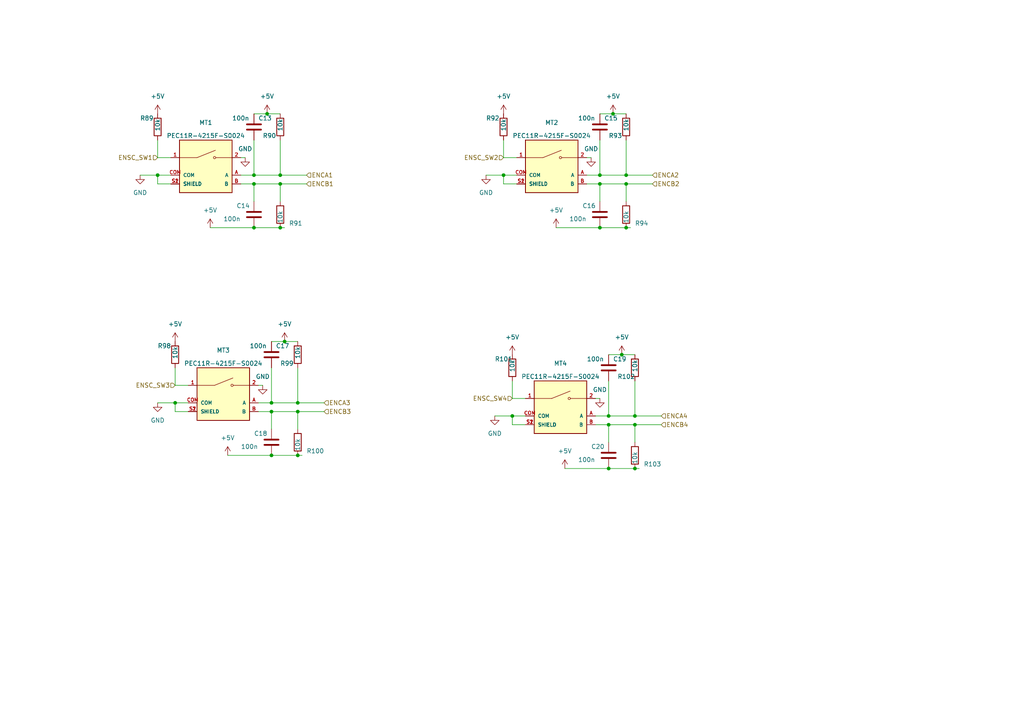
<source format=kicad_sch>
(kicad_sch (version 20211123) (generator eeschema)
  (paper "A4")
  (lib_symbols
    (symbol "3dAudioSym:PEC11R-4215F-S0024" (pin_names (offset 1.016))
      (property "Reference" "MT" (at -7.62 8.89 0))
      (property "Value" "PEC11R-4215F-S0024" (at -7.62 -8.89 0))
      (symbol "PEC11R-4215F-S0024_0_0"
        (rectangle (start -7.62 -7.62) (end 7.62 7.62) (stroke (width 0.254)) (fill (type background)))
        (polyline (pts (xy -2.54 2.54) (xy -7.62 2.54)) (stroke (width 0.1524)))
        (polyline (pts (xy -2.54 2.54) (xy 2.794 4.6736)) (stroke (width 0.1524)))
        (polyline (pts (xy 7.62 2.54) (xy 2.921 2.54)) (stroke (width 0.1524)))
        (circle (center 2.54 2.54) (radius 0.3302) (stroke (width 0.1524)))
        (pin passive line (at -10.16 2.54 0) (length 2.54) (name "~") (number "1"))
        (pin passive line (at 10.16 2.54 180) (length 2.54) (name "~") (number "2"))
        (pin passive line (at 10.16 -2.54 180) (length 2.54) (name "A") (number "A"))
        (pin passive line (at 10.16 -5.08 180) (length 2.54) (name "B") (number "B"))
        (pin passive line (at -10.16 -2.54 0) (length 2.54) (name "COM") (number "COM"))
        (pin passive line (at -10.16 -5.08 0) (length 2.54) (name "SHIELD") (number "S1"))
        (pin passive line (at -10.16 -5.08 0) (length 2.54) (name "SHIELD") (number "S2"))
      )
    )
    (symbol "Device:C" (pin_numbers hide) (pin_names (offset 0.254))
      (property "Reference" "C" (at 0.635 2.54 0))
      (property "Value" "C" (at 0.635 -2.54 0))
      (symbol "C_0_1"
        (polyline (pts (xy -2.032 -0.762) (xy 2.032 -0.762)) (stroke (width 0.508)))
        (polyline (pts (xy -2.032 0.762) (xy 2.032 0.762)) (stroke (width 0.508)))
      )
      (symbol "C_1_1"
        (pin passive line (at 0 3.81 270) (length 2.794) (name "~") (number "1"))
        (pin passive line (at 0 -3.81 90) (length 2.794) (name "~") (number "2"))
      )
    )
    (symbol "Device:R" (pin_numbers hide) (pin_names (offset 0))
      (property "Reference" "R" (at 2.032 0 90))
      (property "Value" "R" (at 0 0 90))
      (symbol "R_0_1"
        (rectangle (start -1.016 -2.54) (end 1.016 2.54) (stroke (width 0.254)))
      )
      (symbol "R_1_1"
        (pin passive line (at 0 3.81 270) (length 1.27) (name "~") (number "1"))
        (pin passive line (at 0 -3.81 90) (length 1.27) (name "~") (number "2"))
      )
    )
    (symbol "power:+5V" (power) (pin_names (offset 0))
      (property "Value" "+5V" (at 0 3.556 0))
      (symbol "+5V_0_1"
        (polyline (pts (xy -0.762 1.27) (xy 0 2.54)))
        (polyline (pts (xy 0 0) (xy 0 2.54)))
        (polyline (pts (xy 0 2.54) (xy 0.762 1.27)))
      )
      (symbol "+5V_1_1"
        (pin power_in line (at 0 0 90) (length 0) hide (name "+5V") (number "1"))
      )
    )
    (symbol "power:GND" (power) (pin_names (offset 0))
      (property "Value" "GND" (at 0 -3.81 0))
      (symbol "GND_0_1"
        (polyline (pts (xy 0 0) (xy 0 -1.27) (xy 1.27 -1.27) (xy 0 -2.54) (xy -1.27 -1.27) (xy 0 -1.27)))
      )
      (symbol "GND_1_1"
        (pin power_in line (at 0 0 270) (length 0) hide (name "GND") (number "1"))
      )
    )
  )
  (junction (at 176.53 120.65))
  (junction (at 81.28 53.34))
  (junction (at 77.47 33.02))
  (junction (at 176.53 135.89))
  (junction (at 73.66 66.04))
  (junction (at 81.28 50.8))
  (junction (at 45.72 50.8))
  (junction (at 177.8 33.02))
  (junction (at 86.36 119.38))
  (junction (at 50.8 116.84))
  (junction (at 184.15 123.19))
  (junction (at 146.05 50.8))
  (junction (at 184.15 120.65))
  (junction (at 78.74 116.84))
  (junction (at 181.61 53.34))
  (junction (at 173.99 66.04))
  (junction (at 180.34 102.87))
  (junction (at 173.99 50.8))
  (junction (at 78.74 119.38))
  (junction (at 82.55 99.06))
  (junction (at 181.61 66.04))
  (junction (at 173.99 53.34))
  (junction (at 148.59 120.65))
  (junction (at 73.66 53.34))
  (junction (at 86.36 116.84))
  (junction (at 73.66 50.8))
  (junction (at 81.28 66.04))
  (junction (at 181.61 50.8))
  (junction (at 184.15 135.89))
  (junction (at 86.36 132.08))
  (junction (at 176.53 123.19))
  (junction (at 78.74 132.08))
  (wire (pts (xy 172.72 120.65) (xy 176.53 120.65)))
  (wire (pts (xy 45.72 50.8) (xy 49.53 50.8)))
  (wire (pts (xy 181.61 53.34) (xy 189.23 53.34)))
  (wire (pts (xy 73.66 53.34) (xy 81.28 53.34)))
  (wire (pts (xy 49.53 53.34) (xy 45.72 53.34)))
  (wire (pts (xy 81.28 40.64) (xy 81.28 50.8)))
  (wire (pts (xy 77.47 33.02) (xy 81.28 33.02)))
  (wire (pts (xy 60.96 66.04) (xy 73.66 66.04)))
  (wire (pts (xy 73.66 40.64) (xy 73.66 50.8)))
  (wire (pts (xy 86.36 119.38) (xy 93.98 119.38)))
  (wire (pts (xy 148.59 120.65) (xy 152.4 120.65)))
  (wire (pts (xy 176.53 110.49) (xy 176.53 120.65)))
  (wire (pts (xy 73.66 66.04) (xy 81.28 66.04)))
  (wire (pts (xy 173.99 40.64) (xy 173.99 50.8)))
  (wire (pts (xy 170.18 50.8) (xy 173.99 50.8)))
  (wire (pts (xy 173.99 50.8) (xy 181.61 50.8)))
  (wire (pts (xy 69.85 45.72) (xy 71.12 45.72)))
  (wire (pts (xy 184.15 120.65) (xy 191.77 120.65)))
  (wire (pts (xy 172.72 123.19) (xy 176.53 123.19)))
  (wire (pts (xy 50.8 106.68) (xy 50.8 111.76)))
  (wire (pts (xy 146.05 40.64) (xy 146.05 45.72)))
  (wire (pts (xy 152.4 123.19) (xy 148.59 123.19)))
  (wire (pts (xy 78.74 116.84) (xy 86.36 116.84)))
  (wire (pts (xy 181.61 66.04) (xy 182.88 66.04)))
  (wire (pts (xy 78.74 119.38) (xy 86.36 119.38)))
  (wire (pts (xy 181.61 53.34) (xy 181.61 58.42)))
  (wire (pts (xy 173.99 53.34) (xy 181.61 53.34)))
  (wire (pts (xy 50.8 119.38) (xy 50.8 116.84)))
  (wire (pts (xy 66.04 132.08) (xy 78.74 132.08)))
  (wire (pts (xy 82.55 99.06) (xy 86.36 99.06)))
  (wire (pts (xy 78.74 99.06) (xy 82.55 99.06)))
  (wire (pts (xy 81.28 50.8) (xy 88.9 50.8)))
  (wire (pts (xy 73.66 50.8) (xy 81.28 50.8)))
  (wire (pts (xy 74.93 116.84) (xy 78.74 116.84)))
  (wire (pts (xy 81.28 53.34) (xy 81.28 58.42)))
  (wire (pts (xy 177.8 33.02) (xy 181.61 33.02)))
  (wire (pts (xy 143.51 120.65) (xy 148.59 120.65)))
  (wire (pts (xy 149.86 53.34) (xy 146.05 53.34)))
  (wire (pts (xy 184.15 135.89) (xy 185.42 135.89)))
  (wire (pts (xy 78.74 119.38) (xy 78.74 124.46)))
  (wire (pts (xy 173.99 33.02) (xy 177.8 33.02)))
  (wire (pts (xy 78.74 106.68) (xy 78.74 116.84)))
  (wire (pts (xy 50.8 116.84) (xy 54.61 116.84)))
  (wire (pts (xy 74.93 111.76) (xy 76.2 111.76)))
  (wire (pts (xy 73.66 53.34) (xy 73.66 58.42)))
  (wire (pts (xy 45.72 116.84) (xy 50.8 116.84)))
  (wire (pts (xy 161.29 66.04) (xy 173.99 66.04)))
  (wire (pts (xy 176.53 123.19) (xy 176.53 128.27)))
  (wire (pts (xy 146.05 45.72) (xy 149.86 45.72)))
  (wire (pts (xy 173.99 66.04) (xy 181.61 66.04)))
  (wire (pts (xy 163.83 135.89) (xy 176.53 135.89)))
  (wire (pts (xy 170.18 53.34) (xy 173.99 53.34)))
  (wire (pts (xy 180.34 102.87) (xy 184.15 102.87)))
  (wire (pts (xy 148.59 123.19) (xy 148.59 120.65)))
  (wire (pts (xy 54.61 119.38) (xy 50.8 119.38)))
  (wire (pts (xy 184.15 123.19) (xy 184.15 128.27)))
  (wire (pts (xy 148.59 115.57) (xy 152.4 115.57)))
  (wire (pts (xy 86.36 132.08) (xy 87.63 132.08)))
  (wire (pts (xy 50.8 111.76) (xy 54.61 111.76)))
  (wire (pts (xy 176.53 135.89) (xy 184.15 135.89)))
  (wire (pts (xy 148.59 110.49) (xy 148.59 115.57)))
  (wire (pts (xy 73.66 33.02) (xy 77.47 33.02)))
  (wire (pts (xy 45.72 40.64) (xy 45.72 45.72)))
  (wire (pts (xy 146.05 53.34) (xy 146.05 50.8)))
  (wire (pts (xy 176.53 120.65) (xy 184.15 120.65)))
  (wire (pts (xy 172.72 115.57) (xy 173.99 115.57)))
  (wire (pts (xy 181.61 40.64) (xy 181.61 50.8)))
  (wire (pts (xy 45.72 45.72) (xy 49.53 45.72)))
  (wire (pts (xy 184.15 110.49) (xy 184.15 120.65)))
  (wire (pts (xy 78.74 132.08) (xy 86.36 132.08)))
  (wire (pts (xy 173.99 53.34) (xy 173.99 58.42)))
  (wire (pts (xy 184.15 123.19) (xy 191.77 123.19)))
  (wire (pts (xy 69.85 50.8) (xy 73.66 50.8)))
  (wire (pts (xy 146.05 50.8) (xy 149.86 50.8)))
  (wire (pts (xy 81.28 66.04) (xy 82.55 66.04)))
  (wire (pts (xy 69.85 53.34) (xy 73.66 53.34)))
  (wire (pts (xy 140.97 50.8) (xy 146.05 50.8)))
  (wire (pts (xy 86.36 116.84) (xy 93.98 116.84)))
  (wire (pts (xy 170.18 45.72) (xy 171.45 45.72)))
  (wire (pts (xy 74.93 119.38) (xy 78.74 119.38)))
  (wire (pts (xy 86.36 106.68) (xy 86.36 116.84)))
  (wire (pts (xy 176.53 123.19) (xy 184.15 123.19)))
  (wire (pts (xy 40.64 50.8) (xy 45.72 50.8)))
  (wire (pts (xy 86.36 119.38) (xy 86.36 124.46)))
  (wire (pts (xy 176.53 102.87) (xy 180.34 102.87)))
  (wire (pts (xy 81.28 53.34) (xy 88.9 53.34)))
  (wire (pts (xy 45.72 53.34) (xy 45.72 50.8)))
  (wire (pts (xy 181.61 50.8) (xy 189.23 50.8)))
  (hierarchical_label "ENCB4" (shape input) (at 191.77 123.19 0))
  (hierarchical_label "ENCA3" (shape input) (at 93.98 116.84 0))
  (hierarchical_label "ENCB3" (shape input) (at 93.98 119.38 0))
  (hierarchical_label "ENSC_SW4" (shape input) (at 148.59 115.57 180))
  (hierarchical_label "ENSC_SW2" (shape input) (at 146.05 45.72 180))
  (hierarchical_label "ENCA4" (shape input) (at 191.77 120.65 0))
  (hierarchical_label "ENSC_SW1" (shape input) (at 45.72 45.72 180))
  (hierarchical_label "ENCA2" (shape input) (at 189.23 50.8 0))
  (hierarchical_label "ENCA1" (shape input) (at 88.9 50.8 0))
  (hierarchical_label "ENCB1" (shape input) (at 88.9 53.34 0))
  (hierarchical_label "ENCB2" (shape input) (at 189.23 53.34 0))
  (hierarchical_label "ENSC_SW3" (shape input) (at 50.8 111.76 180))
  (symbol (lib_id "Device:R") (at 50.8 102.87 0) (unit 1)
    (property "Reference" "R98" (at 45.72 100.33 0) (effects (justify left)))
    (property "Value" "10k" (at 50.8 104.14 90) (effects (justify left)))
    (property "Footprint" "Resistor_SMD:R_1206_3216Metric_Pad1.30x1.75mm_HandSolder" (effects hide))
  )
  (symbol (lib_id "power:+5V") (at 60.96 66.04 0) (unit 1)
    (property "Reference" "#PWR059" (effects hide))
    (property "Value" "+5V" (at 60.96 60.96 0))
  )
  (symbol (lib_id "Device:R") (at 81.28 36.83 0) (unit 1)
    (property "Reference" "R90" (at 76.2 39.37 0) (effects (justify left)))
    (property "Value" "10k" (at 81.28 38.1 90) (effects (justify left)))
    (property "Footprint" "Resistor_SMD:R_1206_3216Metric_Pad1.30x1.75mm_HandSolder" (effects hide))
  )
  (symbol (lib_id "power:GND") (at 76.2 111.76 0) (unit 1)
    (property "Reference" "#PWR076" (effects hide))
    (property "Value" "GND" (at 76.2 109.22 0))
  )
  (symbol (lib_id "Device:C") (at 78.74 128.27 0) (unit 1)
    (property "Reference" "C18" (at 73.66 125.73 0) (effects (justify left)))
    (property "Value" "100n" (at 69.85 129.54 0) (effects (justify left)))
    (property "Footprint" "Capacitor_SMD:C_1206_3216Metric_Pad1.33x1.80mm_HandSolder" (effects hide))
  )
  (symbol (lib_id "Device:R") (at 181.61 62.23 0) (unit 1)
    (property "Reference" "R94" (at 184.15 64.77 0) (effects (justify left)))
    (property "Value" "10k" (at 181.61 64.77 90) (effects (justify left)))
    (property "Footprint" "Resistor_SMD:R_1206_3216Metric_Pad1.30x1.75mm_HandSolder" (effects hide))
  )
  (symbol (lib_id "Device:R") (at 86.36 128.27 0) (unit 1)
    (property "Reference" "R100" (at 88.9 130.81 0) (effects (justify left)))
    (property "Value" "10k" (at 86.36 130.81 90) (effects (justify left)))
    (property "Footprint" "Resistor_SMD:R_1206_3216Metric_Pad1.30x1.75mm_HandSolder" (effects hide))
  )
  (symbol (lib_id "Device:R") (at 81.28 62.23 0) (unit 1)
    (property "Reference" "R91" (at 83.82 64.77 0) (effects (justify left)))
    (property "Value" "10k" (at 81.28 64.77 90) (effects (justify left)))
    (property "Footprint" "Resistor_SMD:R_1206_3216Metric_Pad1.30x1.75mm_HandSolder" (effects hide))
  )
  (symbol (lib_id "Device:R") (at 181.61 36.83 0) (unit 1)
    (property "Reference" "R93" (at 176.53 39.37 0) (effects (justify left)))
    (property "Value" "10k" (at 181.61 38.1 90) (effects (justify left)))
    (property "Footprint" "Resistor_SMD:R_1206_3216Metric_Pad1.30x1.75mm_HandSolder" (effects hide))
  )
  (symbol (lib_id "3dAudioSym:PEC11R-4215F-S0024") (at 162.56 118.11 0) (unit 1)
    (property "Reference" "MT4" (at 162.56 105.41 0))
    (property "Value" "PEC11R-4215F-S0024" (at 162.56 109.22 0))
    (property "Footprint" "3dAudioFoot:XDCR_PEC11R-4215F-S0024" (effects hide))
    (property "DigiKey_Part_Number" "PEC11R-4215F-S0024-ND" (effects hide))
    (property "MF" "Bourns" (effects hide))
    (property "MAXIMUM_PACKAGE_HEIGHT" "21.5 mm" (effects hide))
    (property "Package" "None" (effects hide))
    (property "Check_prices" "https://www.snapeda.com/parts/PEC11R-4215F-S0024/Bourns/view-part/?ref=eda" (effects hide))
    (property "STANDARD" "Manufacturer Recommendations" (effects hide))
    (property "PARTREV" "Rev. 09/19" (effects hide))
    (property "SnapEDA_Link" "https://www.snapeda.com/parts/PEC11R-4215F-S0024/Bourns/view-part/?ref=snap" (effects hide))
    (property "MP" "PEC11R-4215F-S0024" (effects hide))
    (property "Purchase-URL" "https://www.snapeda.com/api/url_track_click_mouser/?unipart_id=428605&manufacturer=Bourns&part_name=PEC11R-4215F-S0024&search_term=None" (effects hide))
    (property "Description" "\nEncoder,Rotary,24 Detents,15 mm, Shaft,Switch | Bourns PEC11R-4215F-S0024\n" (effects hide))
    (property "MANUFACTURER" "J.W.Miller/Bourns" (effects hide))
  )
  (symbol (lib_id "Device:C") (at 173.99 62.23 0) (unit 1)
    (property "Reference" "C16" (at 168.91 59.69 0) (effects (justify left)))
    (property "Value" "100n" (at 165.1 63.5 0) (effects (justify left)))
    (property "Footprint" "Capacitor_SMD:C_1206_3216Metric_Pad1.33x1.80mm_HandSolder" (effects hide))
  )
  (symbol (lib_id "power:+5V") (at 77.47 33.02 0) (unit 1)
    (property "Reference" "#PWR061" (effects hide))
    (property "Value" "+5V" (at 77.47 27.94 0))
  )
  (symbol (lib_id "power:+5V") (at 148.59 102.87 0) (unit 1)
    (property "Reference" "#PWR079" (effects hide))
    (property "Value" "+5V" (at 148.59 97.79 0))
  )
  (symbol (lib_id "Device:C") (at 73.66 36.83 0) (unit 1)
    (property "Reference" "C13" (at 74.93 34.29 0) (effects (justify left)))
    (property "Value" "100n" (at 67.31 34.29 0) (effects (justify left)))
    (property "Footprint" "Capacitor_SMD:C_1206_3216Metric_Pad1.33x1.80mm_HandSolder" (effects hide))
  )
  (symbol (lib_id "Device:R") (at 86.36 102.87 0) (unit 1)
    (property "Reference" "R99" (at 81.28 105.41 0) (effects (justify left)))
    (property "Value" "10k" (at 86.36 104.14 90) (effects (justify left)))
    (property "Footprint" "Resistor_SMD:R_1206_3216Metric_Pad1.30x1.75mm_HandSolder" (effects hide))
  )
  (symbol (lib_id "power:+5V") (at 161.29 66.04 0) (unit 1)
    (property "Reference" "#PWR064" (effects hide))
    (property "Value" "+5V" (at 161.29 60.96 0))
  )
  (symbol (lib_id "3dAudioSym:PEC11R-4215F-S0024") (at 160.02 48.26 0) (unit 1)
    (property "Reference" "MT2" (at 160.02 35.56 0))
    (property "Value" "PEC11R-4215F-S0024" (at 160.02 39.37 0))
    (property "Footprint" "3dAudioFoot:XDCR_PEC11R-4215F-S0024" (effects hide))
    (property "DigiKey_Part_Number" "PEC11R-4215F-S0024-ND" (effects hide))
    (property "MF" "Bourns" (effects hide))
    (property "MAXIMUM_PACKAGE_HEIGHT" "21.5 mm" (effects hide))
    (property "Package" "None" (effects hide))
    (property "Check_prices" "https://www.snapeda.com/parts/PEC11R-4215F-S0024/Bourns/view-part/?ref=eda" (effects hide))
    (property "STANDARD" "Manufacturer Recommendations" (effects hide))
    (property "PARTREV" "Rev. 09/19" (effects hide))
    (property "SnapEDA_Link" "https://www.snapeda.com/parts/PEC11R-4215F-S0024/Bourns/view-part/?ref=snap" (effects hide))
    (property "MP" "PEC11R-4215F-S0024" (effects hide))
    (property "Purchase-URL" "https://www.snapeda.com/api/url_track_click_mouser/?unipart_id=428605&manufacturer=Bourns&part_name=PEC11R-4215F-S0024&search_term=None" (effects hide))
    (property "Description" "\nEncoder,Rotary,24 Detents,15 mm, Shaft,Switch | Bourns PEC11R-4215F-S0024\n" (effects hide))
    (property "MANUFACTURER" "J.W.Miller/Bourns" (effects hide))
  )
  (symbol (lib_id "3dAudioSym:PEC11R-4215F-S0024") (at 59.69 48.26 0) (unit 1)
    (property "Reference" "MT1" (at 59.69 35.56 0))
    (property "Value" "PEC11R-4215F-S0024" (at 59.69 39.37 0))
    (property "Footprint" "3dAudioFoot:XDCR_PEC11R-4215F-S0024" (effects hide))
    (property "DigiKey_Part_Number" "PEC11R-4215F-S0024-ND" (effects hide))
    (property "MF" "Bourns" (effects hide))
    (property "MAXIMUM_PACKAGE_HEIGHT" "21.5 mm" (effects hide))
    (property "Package" "None" (effects hide))
    (property "Check_prices" "https://www.snapeda.com/parts/PEC11R-4215F-S0024/Bourns/view-part/?ref=eda" (effects hide))
    (property "STANDARD" "Manufacturer Recommendations" (effects hide))
    (property "PARTREV" "Rev. 09/19" (effects hide))
    (property "SnapEDA_Link" "https://www.snapeda.com/parts/PEC11R-4215F-S0024/Bourns/view-part/?ref=snap" (effects hide))
    (property "MP" "PEC11R-4215F-S0024" (effects hide))
    (property "Purchase-URL" "https://www.snapeda.com/api/url_track_click_mouser/?unipart_id=428605&manufacturer=Bourns&part_name=PEC11R-4215F-S0024&search_term=None" (effects hide))
    (property "Description" "\nEncoder,Rotary,24 Detents,15 mm, Shaft,Switch | Bourns PEC11R-4215F-S0024\n" (effects hide))
    (property "MANUFACTURER" "J.W.Miller/Bourns" (effects hide))
  )
  (symbol (lib_id "power:GND") (at 173.99 115.57 0) (unit 1)
    (property "Reference" "#PWR081" (effects hide))
    (property "Value" "GND" (at 173.99 113.03 0))
  )
  (symbol (lib_id "power:+5V") (at 163.83 135.89 0) (unit 1)
    (property "Reference" "#PWR080" (effects hide))
    (property "Value" "+5V" (at 163.83 130.81 0))
  )
  (symbol (lib_id "power:GND") (at 171.45 45.72 0) (unit 1)
    (property "Reference" "#PWR065" (effects hide))
    (property "Value" "GND" (at 171.45 43.18 0))
  )
  (symbol (lib_id "power:+5V") (at 180.34 102.87 0) (unit 1)
    (property "Reference" "#PWR082" (effects hide))
    (property "Value" "+5V" (at 180.34 97.79 0))
  )
  (symbol (lib_id "power:+5V") (at 82.55 99.06 0) (unit 1)
    (property "Reference" "#PWR077" (effects hide))
    (property "Value" "+5V" (at 82.55 93.98 0))
  )
  (symbol (lib_id "Device:R") (at 148.59 106.68 0) (unit 1)
    (property "Reference" "R101" (at 143.51 104.14 0) (effects (justify left)))
    (property "Value" "10k" (at 148.59 107.95 90) (effects (justify left)))
    (property "Footprint" "Resistor_SMD:R_1206_3216Metric_Pad1.30x1.75mm_HandSolder" (effects hide))
  )
  (symbol (lib_id "Device:C") (at 173.99 36.83 0) (unit 1)
    (property "Reference" "C15" (at 175.26 34.29 0) (effects (justify left)))
    (property "Value" "100n" (at 167.64 34.29 0) (effects (justify left)))
    (property "Footprint" "Capacitor_SMD:C_1206_3216Metric_Pad1.33x1.80mm_HandSolder" (effects hide))
  )
  (symbol (lib_id "Device:R") (at 45.72 36.83 0) (unit 1)
    (property "Reference" "R89" (at 40.64 34.29 0) (effects (justify left)))
    (property "Value" "10k" (at 45.72 38.1 90) (effects (justify left)))
    (property "Footprint" "Resistor_SMD:R_1206_3216Metric_Pad1.30x1.75mm_HandSolder" (effects hide))
  )
  (symbol (lib_id "power:+5V") (at 45.72 33.02 0) (unit 1)
    (property "Reference" "#PWR058" (effects hide))
    (property "Value" "+5V" (at 45.72 27.94 0))
  )
  (symbol (lib_id "Device:C") (at 176.53 132.08 0) (unit 1)
    (property "Reference" "C20" (at 171.45 129.54 0) (effects (justify left)))
    (property "Value" "100n" (at 167.64 133.35 0) (effects (justify left)))
    (property "Footprint" "Capacitor_SMD:C_1206_3216Metric_Pad1.33x1.80mm_HandSolder" (effects hide))
  )
  (symbol (lib_id "Device:R") (at 146.05 36.83 0) (unit 1)
    (property "Reference" "R92" (at 140.97 34.29 0) (effects (justify left)))
    (property "Value" "10k" (at 146.05 38.1 90) (effects (justify left)))
    (property "Footprint" "Resistor_SMD:R_1206_3216Metric_Pad1.30x1.75mm_HandSolder" (effects hide))
  )
  (symbol (lib_id "power:GND") (at 143.51 120.65 0) (unit 1)
    (property "Reference" "#PWR078" (effects hide))
    (property "Value" "GND" (at 143.51 125.73 0))
  )
  (symbol (lib_id "power:+5V") (at 66.04 132.08 0) (unit 1)
    (property "Reference" "#PWR075" (effects hide))
    (property "Value" "+5V" (at 66.04 127 0))
  )
  (symbol (lib_id "power:GND") (at 140.97 50.8 0) (unit 1)
    (property "Reference" "#PWR062" (effects hide))
    (property "Value" "GND" (at 140.97 55.88 0))
  )
  (symbol (lib_id "power:GND") (at 45.72 116.84 0) (unit 1)
    (property "Reference" "#PWR073" (effects hide))
    (property "Value" "GND" (at 45.72 121.92 0))
  )
  (symbol (lib_id "Device:R") (at 184.15 106.68 0) (unit 1)
    (property "Reference" "R102" (at 179.07 109.22 0) (effects (justify left)))
    (property "Value" "10k" (at 184.15 107.95 90) (effects (justify left)))
    (property "Footprint" "Resistor_SMD:R_1206_3216Metric_Pad1.30x1.75mm_HandSolder" (effects hide))
  )
  (symbol (lib_id "power:+5V") (at 146.05 33.02 0) (unit 1)
    (property "Reference" "#PWR063" (effects hide))
    (property "Value" "+5V" (at 146.05 27.94 0))
  )
  (symbol (lib_id "Device:C") (at 78.74 102.87 0) (unit 1)
    (property "Reference" "C17" (at 80.01 100.33 0) (effects (justify left)))
    (property "Value" "100n" (at 72.39 100.33 0) (effects (justify left)))
    (property "Footprint" "Capacitor_SMD:C_1206_3216Metric_Pad1.33x1.80mm_HandSolder" (effects hide))
  )
  (symbol (lib_id "power:GND") (at 71.12 45.72 0) (unit 1)
    (property "Reference" "#PWR060" (effects hide))
    (property "Value" "GND" (at 71.12 43.18 0))
  )
  (symbol (lib_id "Device:R") (at 184.15 132.08 0) (unit 1)
    (property "Reference" "R103" (at 186.69 134.62 0) (effects (justify left)))
    (property "Value" "10k" (at 184.15 134.62 90) (effects (justify left)))
    (property "Footprint" "Resistor_SMD:R_1206_3216Metric_Pad1.30x1.75mm_HandSolder" (effects hide))
  )
  (symbol (lib_id "power:+5V") (at 177.8 33.02 0) (unit 1)
    (property "Reference" "#PWR066" (effects hide))
    (property "Value" "+5V" (at 177.8 27.94 0))
  )
  (symbol (lib_id "power:GND") (at 40.64 50.8 0) (unit 1)
    (property "Reference" "#PWR057" (effects hide))
    (property "Value" "GND" (at 40.64 55.88 0))
  )
  (symbol (lib_id "Device:C") (at 176.53 106.68 0) (unit 1)
    (property "Reference" "C19" (at 177.8 104.14 0) (effects (justify left)))
    (property "Value" "100n" (at 170.18 104.14 0) (effects (justify left)))
    (property "Footprint" "Capacitor_SMD:C_1206_3216Metric_Pad1.33x1.80mm_HandSolder" (effects hide))
  )
  (symbol (lib_id "Device:C") (at 73.66 62.23 0) (unit 1)
    (property "Reference" "C14" (at 68.58 59.69 0) (effects (justify left)))
    (property "Value" "100n" (at 64.77 63.5 0) (effects (justify left)))
    (property "Footprint" "Capacitor_SMD:C_1206_3216Metric_Pad1.33x1.80mm_HandSolder" (effects hide))
  )
  (symbol (lib_id "power:+5V") (at 50.8 99.06 0) (unit 1)
    (property "Reference" "#PWR074" (effects hide))
    (property "Value" "+5V" (at 50.8 93.98 0))
  )
  (symbol (lib_id "3dAudioSym:PEC11R-4215F-S0024") (at 64.77 114.3 0) (unit 1)
    (property "Reference" "MT3" (at 64.77 101.6 0))
    (property "Value" "PEC11R-4215F-S0024" (at 64.77 105.41 0))
    (property "Footprint" "3dAudioFoot:XDCR_PEC11R-4215F-S0024" (effects hide))
    (property "DigiKey_Part_Number" "PEC11R-4215F-S0024-ND" (effects hide))
    (property "MF" "Bourns" (effects hide))
    (property "MAXIMUM_PACKAGE_HEIGHT" "21.5 mm" (effects hide))
    (property "Package" "None" (effects hide))
    (property "Check_prices" "https://www.snapeda.com/parts/PEC11R-4215F-S0024/Bourns/view-part/?ref=eda" (effects hide))
    (property "STANDARD" "Manufacturer Recommendations" (effects hide))
    (property "PARTREV" "Rev. 09/19" (effects hide))
    (property "SnapEDA_Link" "https://www.snapeda.com/parts/PEC11R-4215F-S0024/Bourns/view-part/?ref=snap" (effects hide))
    (property "MP" "PEC11R-4215F-S0024" (effects hide))
    (property "Purchase-URL" "https://www.snapeda.com/api/url_track_click_mouser/?unipart_id=428605&manufacturer=Bourns&part_name=PEC11R-4215F-S0024&search_term=None" (effects hide))
    (property "Description" "\nEncoder,Rotary,24 Detents,15 mm, Shaft,Switch | Bourns PEC11R-4215F-S0024\n" (effects hide))
    (property "MANUFACTURER" "J.W.Miller/Bourns" (effects hide))
  )
)
</source>
